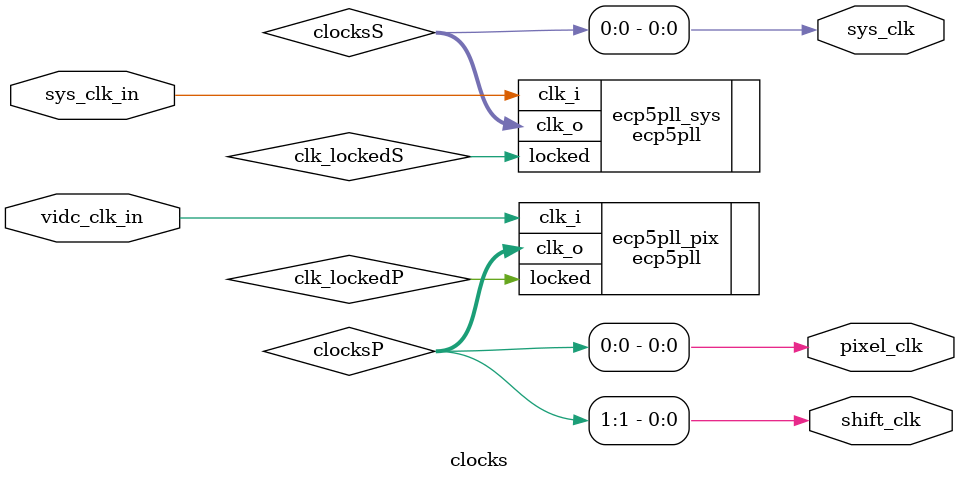
<source format=v>
/* ArcDVI clock generation
 *
 * Generate clocks for video and system from input crystal/VIDC clocks.
 *
 * Copyright 2021 Matt Evans
 *
 * Permission is hereby granted, free of charge, to any person
 * obtaining a copy of this software and associated documentation files
 * (the "Software"), to deal in the Software without restriction,
 * including without limitation the rights to use, copy, modify, merge,
 * publish, distribute, sublicense, and/or sell copies of the Software,
 * and to permit persons to whom the Software is furnished to do so,
 * subject to the following conditions:
 *
 * The above copyright notice and this permission notice shall be
 * included in all copies or substantial portions of the Software.
 *
 * THE SOFTWARE IS PROVIDED "AS IS", WITHOUT WARRANTY OF ANY KIND,
 * EXPRESS OR IMPLIED, INCLUDING BUT NOT LIMITED TO THE WARRANTIES OF
 * MERCHANTABILITY, FITNESS FOR A PARTICULAR PURPOSE AND
 * NONINFRINGEMENT. IN NO EVENT SHALL THE AUTHORS OR COPYRIGHT HOLDERS
 * BE LIABLE FOR ANY CLAIM, DAMAGES OR OTHER LIABILITY, WHETHER IN AN
 * ACTION OF CONTRACT, TORT OR OTHERWISE, ARISING FROM, OUT OF OR IN
 * CONNECTION WITH THE SOFTWARE OR THE USE OR OTHER DEALINGS IN THE
 * SOFTWARE.
 */

module clocks(input wire  sys_clk_in,
              input wire  vidc_clk_in,
              output wire pixel_clk,
              output wire shift_clk,
              output wire sys_clk
              );

   parameter VIDC_CLK_IN_RATE = 0;
   parameter SYS_CLK_IN_RATE = 0;

   parameter PIXEL_CLK_RATE = 0;
   parameter SHIFT_CLK_RATE = 0;
   parameter SYS_CLK_RATE = 0;

   wire [3:0]   clocksS;
   wire       	clk_lockedS;
   wire [3:0]   clocksP;
   wire       	clk_lockedP;
   assign       sys_clk = clocksS[0];
   assign       pixel_clk = clocksP[0];
   assign       shift_clk = clocksP[1];

`ifndef SIM

 `define ORIG_PLL_STUFF

 `ifdef ORIG_PLL_STUFF
   ecp5pll
     #(
       .in_hz(SYS_CLK_IN_RATE),
       .out0_hz(SYS_CLK_RATE)
       )
   ecp5pll_sys
     (
      .clk_i(sys_clk_in),
      .clk_o(clocksS),
      .locked(clk_lockedS)
      );

   ecp5pll
     #(
       .in_hz(VIDC_CLK_IN_RATE),
       .out0_hz(PIXEL_CLK_RATE),
       .out1_hz(SHIFT_CLK_RATE)
       )
   ecp5pll_pix
     (
      .clk_i(vidc_clk_in),
      .clk_o(clocksP),
      .locked(clk_lockedP)
      );

 `else

   /* Instantiate the PLLs manually, with (in theory) the same parameters as above,
    * in an attempt to get Diamond to do something smart.
    */
   (* FREQUENCY_PIN_CLKI="024.000000" *)
   (* FREQUENCY_PIN_CLKOP="084.000000" *)
   (* FREQUENCY_PIN_CLKOS="390.000000" *)
   // res 16 current 13
  (* ICP_CURRENT="13" *) (* LPF_RESISTOR="16" *) (* MFG_ENABLE_FILTEROPAMP="1" *) (* MFG_GMCREF_SEL="2" *)
  EHXPLLL
  #(
    .CLKI_DIV     (4),
    .CLKFB_DIV    (13),
    .FEEDBK_PATH  ("CLKOP"),

    .OUTDIVIDER_MUXA("DIVA"),
    .CLKOP_ENABLE ("ENABLED"),
    .CLKOP_DIV    (10),
    .CLKOP_CPHASE (9),
    .CLKOP_FPHASE (0),

    .OUTDIVIDER_MUXB("DIVB"),
    .CLKOS_ENABLE ("ENABLED"),
    .CLKOS_DIV    (2),
    .CLKOS_CPHASE (1),
    .CLKOS_FPHASE (0),

    .OUTDIVIDER_MUXC("DIVC"),
    .CLKOS2_ENABLE("DISABLED"),
    .CLKOS2_DIV   (1),
    .CLKOS2_CPHASE(0),
    .CLKOS2_FPHASE(0),

    .OUTDIVIDER_MUXD("DIVD"),
    .CLKOS3_ENABLE("DISABLED"),
    .CLKOS3_DIV   (1),
    .CLKOS3_CPHASE(0),
    .CLKOS3_FPHASE(0),

    .INTFB_WAKE   ("DISABLED"),
    .STDBY_ENABLE ("DISABLED"),
    .PLLRST_ENA   ("DISABLED"),
    .DPHASE_SOURCE("DISABLED"),
    .PLL_LOCK_MODE(0)
  )
  pll_instP
  (
    .RST(1'b0),
    .STDBY(1'b0),
    .CLKI(vidc_clk_in),
    .CLKOP (clocksP[0]),
    .CLKOS (clocksP[1]),
    .CLKOS2(clocksP[2]),
    .CLKOS3(clocksP[3]),
    .CLKFB(clocksP[0]),
    .CLKINTFB(),
    .PHASESEL1(1'b0),
    .PHASESEL0(1'b0),
    .PHASEDIR(1'b0),
    .PHASESTEP(1'b0),
    .PHASELOADREG(1'b0),
    .PLLWAKESYNC(1'b0),
    .ENCLKOP(1'b0),
    .ENCLKOS(1'b0),
    .ENCLKOS2(1'b0),
    .ENCLKOS3(1'b0),
    .LOCK(clk_lockedP)
  );



   (* FREQUENCY_PIN_CLKI="025.000000" *)
   (* FREQUENCY_PIN_CLKOP="050.000000" *)
   // res 16 current 13
  (* ICP_CURRENT="12" *) (* LPF_RESISTOR="8" *) (* MFG_ENABLE_FILTEROPAMP="1" *) (* MFG_GMCREF_SEL="2" *)
  EHXPLLL
  #(
    .CLKI_DIV     (1),
    .CLKFB_DIV    (2),
    .FEEDBK_PATH  ("CLKOP"),

    .OUTDIVIDER_MUXA("DIVA"),
    .CLKOP_ENABLE ("ENABLED"),
    .CLKOP_DIV    (12),
    .CLKOP_CPHASE (11),
    .CLKOP_FPHASE (0),

    .OUTDIVIDER_MUXB("DIVB"),
    .CLKOS_ENABLE ("DISABLED"),
    .CLKOS_DIV    (1),
    .CLKOS_CPHASE (0),
    .CLKOS_FPHASE (0),

    .OUTDIVIDER_MUXC("DIVC"),
    .CLKOS2_ENABLE("DISABLED"),
    .CLKOS2_DIV   (1),
    .CLKOS2_CPHASE(0),
    .CLKOS2_FPHASE(0),

    .OUTDIVIDER_MUXD("DIVD"),
    .CLKOS3_ENABLE("DISABLED"),
    .CLKOS3_DIV   (1),
    .CLKOS3_CPHASE(0),
    .CLKOS3_FPHASE(0),

    .INTFB_WAKE   ("DISABLED"),
    .STDBY_ENABLE ("DISABLED"),
    .PLLRST_ENA   ("DISABLED"),
    .DPHASE_SOURCE("DISABLED"),
    .PLL_LOCK_MODE(0)
  )
  pll_instS
  (
    .RST(1'b0),
    .STDBY(1'b0),
    .CLKI(sys_clk_in),
    .CLKOP (clocksS[0]),
    .CLKOS (clocksS[1]),
    .CLKOS2(clocksS[2]),
    .CLKOS3(clocksS[3]),
    .CLKFB(clocksS[0]),
    .CLKINTFB(),
    .PHASESEL1(1'b0),
    .PHASESEL0(1'b0),
    .PHASEDIR(1'b0),
    .PHASESTEP(1'b0),
    .PHASELOADREG(1'b0),
    .PLLWAKESYNC(1'b0),
    .ENCLKOP(1'b0),
    .ENCLKOS(1'b0),
    .ENCLKOS2(1'b0),
    .ENCLKOS3(1'b0),
    .LOCK(clk_lockedS)
  );

 `endif

`else // !`ifndef SIM
   assign clocksS[0] = sys_clk_in;
   assign clocksP[0] = vidc_clk_in;
   assign clocksP[1] = vidc_clk_in; // FIXME
`endif // !`ifndef SIM

endmodule // clocks

</source>
